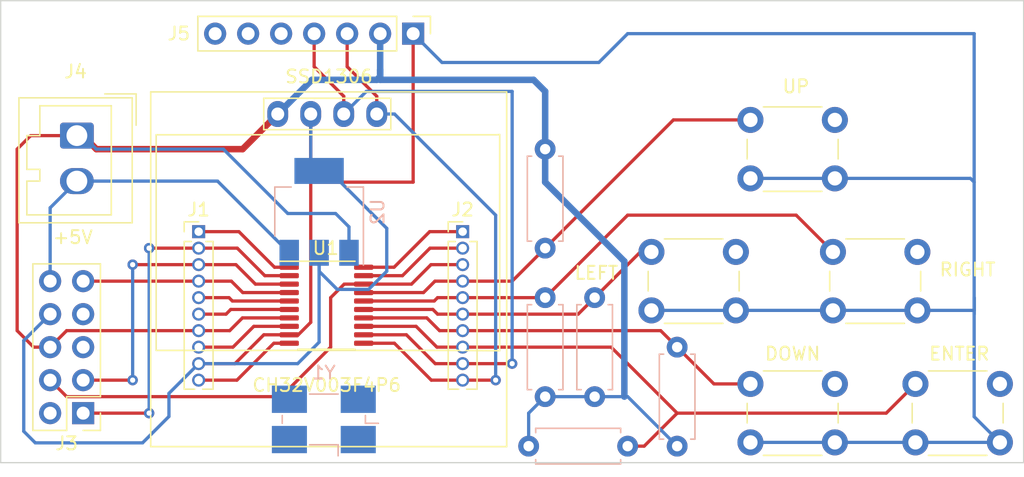
<source format=kicad_pcb>
(kicad_pcb (version 20221018) (generator pcbnew)
  (layers (0 "F.Cu" signal) (31 "B.Cu" signal) (34 "B.Paste" user) (35 "F.Paste" user) (36 "B.SilkS" user "B.Silkscreen") (37 "F.SilkS" user "F.Silkscreen") (38 "B.Mask" user) (39 "F.Mask" user) (44 "Edge.Cuts" user))
  (net 0 "")
  (net 1 "Net-(J1-Pin_1)")
  (net 2 "Net-(J1-Pin_5)")
  (net 3 "Net-(J1-Pin_6)")
  (net 4 "Net-(J1-Pin_8)")
  (net 5 "Net-(J1-Pin_10)")
  (net 6 "Net-(J2-Pin_1)")
  (net 7 "Net-(J2-Pin_2)")
  (net 8 "GND")
  (net 9 "+3.3V")
  (net 10 "/SWDIO")
  (net 11 "/SWCLK")
  (net 12 "/SDA")
  (net 13 "/SCL")
  (net 14 "/RX")
  (net 15 "/TX")
  (net 16 "/RST")
  (net 17 "/TDO")
  (net 18 "/TDI")
  (net 19 "+5V")
  (net 20 "/UP")
  (net 21 "/ENTER")
  (net 22 "/RIGHT")
  (net 23 "/LEFT")
  (net 24 "/DOWN")
  (footprint "Package_SO:TSSOP-20_4.4x6.5mm_P0.65mm" (layer "F.Cu") (at 47.9375 46.3036)
    (fp_text reference "U1" (at -0.0585 -4.3936) (layer "F.SilkS"))
    (fp_text value "CH32V003F4P6" (at 0.0177 6.1474) (layer "F.SilkS"))
    (fp_line (start 0 -3.385) (end -3.6 -3.385) (stroke (width 0.12)) (layer "F.SilkS"))
    (fp_line (start 0 -3.385) (end 2.2 -3.385) (stroke (width 0.12)) (layer "F.SilkS"))
    (fp_line (start 0 3.385) (end -2.2 3.385) (stroke (width 0.12)) (layer "F.SilkS"))
    (fp_line (start 0 3.385) (end 2.2 3.385) (stroke (width 0.12)) (layer "F.SilkS"))
    (pad "1" smd roundrect (at -2.8625 -2.925) (size 1.475 0.4) (layers "F.Cu" "F.Paste" "F.Mask") (net 1 "Net-(J1-Pin_1)"))
    (pad "2" smd roundrect (at -2.8625 -2.275) (size 1.475 0.4) (layers "F.Cu" "F.Paste" "F.Mask") (net 14 "/RX"))
    (pad "3" smd roundrect (at -2.8625 -1.625) (size 1.475 0.4) (layers "F.Cu" "F.Paste" "F.Mask") (net 15 "/TX"))
    (pad "4" smd roundrect (at -2.8625 -0.975) (size 1.475 0.4) (layers "F.Cu" "F.Paste" "F.Mask") (net 16 "/RST"))
    (pad "5" smd roundrect (at -2.8625 -0.325) (size 1.475 0.4) (layers "F.Cu" "F.Paste" "F.Mask") (net 2 "Net-(J1-Pin_5)"))
    (pad "6" smd roundrect (at -2.8625 0.325) (size 1.475 0.4) (layers "F.Cu" "F.Paste" "F.Mask") (net 3 "Net-(J1-Pin_6)"))
    (pad "7" smd roundrect (at -2.8625 0.975) (size 1.475 0.4) (layers "F.Cu" "F.Paste" "F.Mask") (net 8 "GND"))
    (pad "8" smd roundrect (at -2.8625 1.625) (size 1.475 0.4) (layers "F.Cu" "F.Paste" "F.Mask") (net 4 "Net-(J1-Pin_8)"))
    (pad "9" smd roundrect (at -2.8625 2.275) (size 1.475 0.4) (layers "F.Cu" "F.Paste" "F.Mask") (net 9 "+3.3V"))
    (pad "10" smd roundrect (at -2.8625 2.925) (size 1.475 0.4) (layers "F.Cu" "F.Paste" "F.Mask") (net 5 "Net-(J1-Pin_10)"))
    (pad "11" smd roundrect (at 2.8625 2.925) (size 1.475 0.4) (layers "F.Cu" "F.Paste" "F.Mask") (net 12 "/SDA"))
    (pad "12" smd roundrect (at 2.8625 2.275) (size 1.475 0.4) (layers "F.Cu" "F.Paste" "F.Mask") (net 13 "/SCL"))
    (pad "13" smd roundrect (at 2.8625 1.625) (size 1.475 0.4) (layers "F.Cu" "F.Paste" "F.Mask") (net 21 "/ENTER"))
    (pad "14" smd roundrect (at 2.8625 0.975) (size 1.475 0.4) (layers "F.Cu" "F.Paste" "F.Mask") (net 24 "/DOWN"))
    (pad "15" smd roundrect (at 2.8625 0.325) (size 1.475 0.4) (layers "F.Cu" "F.Paste" "F.Mask") (net 23 "/LEFT"))
    (pad "16" smd roundrect (at 2.8625 -0.325) (size 1.475 0.4) (layers "F.Cu" "F.Paste" "F.Mask") (net 22 "/RIGHT"))
    (pad "17" smd roundrect (at 2.8625 -0.975) (size 1.475 0.4) (layers "F.Cu" "F.Paste" "F.Mask") (net 20 "/UP"))
    (pad "18" smd roundrect (at 2.8625 -1.625) (size 1.475 0.4) (layers "F.Cu" "F.Paste" "F.Mask") (net 10 "/SWDIO"))
    (pad "19" smd roundrect (at 2.8625 -2.275) (size 1.475 0.4) (layers "F.Cu" "F.Paste" "F.Mask") (net 7 "Net-(J2-Pin_2)"))
    (pad "20" smd roundrect (at 2.8625 -2.925) (size 1.475 0.4) (layers "F.Cu" "F.Paste" "F.Mask") (net 6 "Net-(J2-Pin_1)"))
  )
  (footprint "Connector_PinHeader_2.54mm:PinHeader_1x07_P2.54mm_Vertical" (layer "F.Cu") (at 54.61 25.4 -90)
    (fp_text reference "J5" (at 0 18.034 -180) (layer "F.SilkS"))
    (fp_text value "Conn_01x07_Pin" hide)
    (fp_line (start -1.33 -1.33) (end 0 -1.33) (stroke (width 0.12)) (layer "F.SilkS"))
    (fp_line (start -1.33 0) (end -1.33 -1.33) (stroke (width 0.12)) (layer "F.SilkS"))
    (fp_line (start -1.33 1.27) (end -1.33 16.57) (stroke (width 0.12)) (layer "F.SilkS"))
    (fp_line (start -1.33 1.27) (end 1.33 1.27) (stroke (width 0.12)) (layer "F.SilkS"))
    (fp_line (start -1.33 16.57) (end 1.33 16.57) (stroke (width 0.12)) (layer "F.SilkS"))
    (fp_line (start 1.33 1.27) (end 1.33 16.57) (stroke (width 0.12)) (layer "F.SilkS"))
    (pad "1" thru_hole rect (at 0 0 270) (size 1.7 1.7) (drill 1) (layers "*.Cu" "*.Mask") (net 9 "+3.3V"))
    (pad "2" thru_hole oval (at 0 2.54 270) (size 1.7 1.7) (drill 1) (layers "*.Cu" "*.Mask") (net 8 "GND"))
    (pad "3" thru_hole oval (at 0 5.08 270) (size 1.7 1.7) (drill 1) (layers "*.Cu" "*.Mask") (net 12 "/SDA"))
    (pad "4" thru_hole oval (at 0 7.62 270) (size 1.7 1.7) (drill 1) (layers "*.Cu" "*.Mask") (net 13 "/SCL"))
    (pad "5" thru_hole oval (at 0 10.16 270) (size 1.7 1.7) (drill 1) (layers "*.Cu" "*.Mask"))
    (pad "6" thru_hole oval (at 0 12.7 270) (size 1.7 1.7) (drill 1) (layers "*.Cu" "*.Mask"))
    (pad "7" thru_hole oval (at 0 15.24 270) (size 1.7 1.7) (drill 1) (layers "*.Cu" "*.Mask"))
  )
  (footprint "Button_Switch_THT:SW_PUSH_6mm" (layer "F.Cu") (at 93.27 52.36)
    (fp_text reference "SW5" hide)
    (fp_text value "ENTER" (at 3.377 -2.322) (layer "F.SilkS"))
    (fp_line (start -0.25 1.5) (end -0.25 3) (stroke (width 0.12)) (layer "F.SilkS"))
    (fp_line (start 1 5.5) (end 5.5 5.5) (stroke (width 0.12)) (layer "F.SilkS"))
    (fp_line (start 5.5 -1) (end 1 -1) (stroke (width 0.12)) (layer "F.SilkS"))
    (fp_line (start 6.75 3) (end 6.75 1.5) (stroke (width 0.12)) (layer "F.SilkS"))
    (pad "1" thru_hole circle (at 0 0 90) (size 2 2) (drill 1.1) (layers "*.Cu" "*.Mask") (net 21 "/ENTER"))
    (pad "1" thru_hole circle (at 6.5 0 90) (size 2 2) (drill 1.1) (layers "*.Cu" "*.Mask") (net 21 "/ENTER"))
    (pad "2" thru_hole circle (at 0 4.5 90) (size 2 2) (drill 1.1) (layers "*.Cu" "*.Mask") (net 9 "+3.3V"))
    (pad "2" thru_hole circle (at 6.5 4.5 90) (size 2 2) (drill 1.1) (layers "*.Cu" "*.Mask") (net 9 "+3.3V"))
  )
  (footprint "Connector_PinHeader_1.27mm:PinHeader_1x10_P1.27mm_Vertical" (layer "F.Cu") (at 58.42 40.64)
    (fp_text reference "J2" (at 0 -1.695) (layer "F.SilkS"))
    (fp_text value "Conn_01x10" hide)
    (fp_line (start -1.11 -0.76) (end 0 -0.76) (stroke (width 0.12)) (layer "F.SilkS"))
    (fp_line (start -1.11 0) (end -1.11 -0.76) (stroke (width 0.12)) (layer "F.SilkS"))
    (fp_line (start -1.11 0.76) (end -1.11 12.125) (stroke (width 0.12)) (layer "F.SilkS"))
    (fp_line (start -1.11 0.76) (end -0.563471 0.76) (stroke (width 0.12)) (layer "F.SilkS"))
    (fp_line (start -1.11 12.125) (end -0.30753 12.125) (stroke (width 0.12)) (layer "F.SilkS"))
    (fp_line (start 0.30753 12.125) (end 1.11 12.125) (stroke (width 0.12)) (layer "F.SilkS"))
    (fp_line (start 0.563471 0.76) (end 1.11 0.76) (stroke (width 0.12)) (layer "F.SilkS"))
    (fp_line (start 1.11 0.76) (end 1.11 12.125) (stroke (width 0.12)) (layer "F.SilkS"))
    (pad "1" thru_hole rect (at 0 0) (size 1 1) (drill 0.65) (layers "*.Cu" "*.Mask") (net 6 "Net-(J2-Pin_1)"))
    (pad "2" thru_hole oval (at 0 1.27) (size 1 1) (drill 0.65) (layers "*.Cu" "*.Mask") (net 7 "Net-(J2-Pin_2)"))
    (pad "3" thru_hole oval (at 0 2.54) (size 1 1) (drill 0.65) (layers "*.Cu" "*.Mask") (net 10 "/SWDIO"))
    (pad "4" thru_hole oval (at 0 3.81) (size 1 1) (drill 0.65) (layers "*.Cu" "*.Mask") (net 20 "/UP"))
    (pad "5" thru_hole oval (at 0 5.08) (size 1 1) (drill 0.65) (layers "*.Cu" "*.Mask") (net 22 "/RIGHT"))
    (pad "6" thru_hole oval (at 0 6.35) (size 1 1) (drill 0.65) (layers "*.Cu" "*.Mask") (net 23 "/LEFT"))
    (pad "7" thru_hole oval (at 0 7.62) (size 1 1) (drill 0.65) (layers "*.Cu" "*.Mask") (net 24 "/DOWN"))
    (pad "8" thru_hole oval (at 0 8.89) (size 1 1) (drill 0.65) (layers "*.Cu" "*.Mask") (net 21 "/ENTER"))
    (pad "9" thru_hole oval (at 0 10.16) (size 1 1) (drill 0.65) (layers "*.Cu" "*.Mask") (net 13 "/SCL"))
    (pad "10" thru_hole oval (at 0 11.43) (size 1 1) (drill 0.65) (layers "*.Cu" "*.Mask") (net 12 "/SDA"))
  )
  (footprint "SSD1306:128x64OLED" (layer "F.Cu") (at 47.8076 42.1856)
    (fp_text reference "Brd1" hide)
    (fp_text value "SSD1306" (at 0.3254 -13.4836) (layer "F.SilkS"))
    (fp_line (start -13.4 -12.3) (end 14 -12.3) (stroke (width 0.12)) (layer "F.SilkS"))
    (fp_line (start -13.4 15) (end -13.4 -12.3) (stroke (width 0.12)) (layer "F.SilkS"))
    (fp_line (start -12.978 -9.005) (end 10.122 -9.005) (stroke (width 0.12)) (layer "F.SilkS"))
    (fp_line (start -12.978 7.595) (end -12.978 -9.005) (stroke (width 0.12)) (layer "F.SilkS"))
    (fp_line (start -4.699 -11.811) (end -4.699 -9.398) (stroke (width 0.12)) (layer "F.SilkS"))
    (fp_line (start -4.699 -11.811) (end 5.08 -11.811) (stroke (width 0.12)) (layer "F.SilkS"))
    (fp_line (start 5.08 -11.811) (end 5.08 -9.398) (stroke (width 0.12)) (layer "F.SilkS"))
    (fp_line (start 5.08 -9.398) (end -4.699 -9.398) (stroke (width 0.12)) (layer "F.SilkS"))
    (fp_line (start 10.122 -9.005) (end 13.208 -9.005) (stroke (width 0.12)) (layer "F.SilkS"))
    (fp_line (start 10.122 7.595) (end -12.978 7.595) (stroke (width 0.12)) (layer "F.SilkS"))
    (fp_line (start 10.122 7.595) (end 13.462 7.62) (stroke (width 0.12)) (layer "F.SilkS"))
    (fp_line (start 13.462 -9.017) (end 13.208 -9.005) (stroke (width 0.12)) (layer "F.SilkS"))
    (fp_line (start 13.462 7.62) (end 13.462 -9.017) (stroke (width 0.12)) (layer "F.SilkS"))
    (fp_line (start 14 -12.3) (end 14 15) (stroke (width 0.12)) (layer "F.SilkS"))
    (fp_line (start 14 15) (end -13.4 15) (stroke (width 0.12)) (layer "F.SilkS"))
    (pad "1" thru_hole oval (at -3.62 -10.6 90) (size 2 1.6) (drill 1) (layers "*.Cu" "*.Mask") (net 8 "GND"))
    (pad "2" thru_hole oval (at -1.08 -10.6 90) (size 2 1.6) (drill 1) (layers "*.Cu" "*.Mask") (net 9 "+3.3V"))
    (pad "3" thru_hole oval (at 1.46 -10.6 90) (size 2 1.6) (drill 1) (layers "*.Cu" "*.Mask") (net 13 "/SCL"))
    (pad "4" thru_hole oval (at 4 -10.6 90) (size 2 1.6) (drill 1) (layers "*.Cu" "*.Mask") (net 12 "/SDA"))
  )
  (footprint "Button_Switch_THT:SW_PUSH_6mm" (layer "F.Cu") (at 72.95 42.2)
    (fp_text reference "SW3" hide)
    (fp_text value "LEFT" (at -4.243 1.615) (layer "F.SilkS"))
    (fp_line (start -0.25 1.5) (end -0.25 3) (stroke (width 0.12)) (layer "F.SilkS"))
    (fp_line (start 1 5.5) (end 5.5 5.5) (stroke (width 0.12)) (layer "F.SilkS"))
    (fp_line (start 5.5 -1) (end 1 -1) (stroke (width 0.12)) (layer "F.SilkS"))
    (fp_line (start 6.75 3) (end 6.75 1.5) (stroke (width 0.12)) (layer "F.SilkS"))
    (pad "1" thru_hole circle (at 0 0 90) (size 2 2) (drill 1.1) (layers "*.Cu" "*.Mask") (net 23 "/LEFT"))
    (pad "1" thru_hole circle (at 6.5 0 90) (size 2 2) (drill 1.1) (layers "*.Cu" "*.Mask") (net 23 "/LEFT"))
    (pad "2" thru_hole circle (at 0 4.5 90) (size 2 2) (drill 1.1) (layers "*.Cu" "*.Mask") (net 9 "+3.3V"))
    (pad "2" thru_hole circle (at 6.5 4.5 90) (size 2 2) (drill 1.1) (layers "*.Cu" "*.Mask") (net 9 "+3.3V"))
  )
  (footprint "Button_Switch_THT:SW_PUSH_6mm" (layer "F.Cu") (at 80.57 52.36)
    (fp_text reference "SW2" hide)
    (fp_text value "DOWN" (at 3.25 -2.322) (layer "F.SilkS"))
    (fp_line (start -0.25 1.5) (end -0.25 3) (stroke (width 0.12)) (layer "F.SilkS"))
    (fp_line (start 1 5.5) (end 5.5 5.5) (stroke (width 0.12)) (layer "F.SilkS"))
    (fp_line (start 5.5 -1) (end 1 -1) (stroke (width 0.12)) (layer "F.SilkS"))
    (fp_line (start 6.75 3) (end 6.75 1.5) (stroke (width 0.12)) (layer "F.SilkS"))
    (pad "1" thru_hole circle (at 0 0 90) (size 2 2) (drill 1.1) (layers "*.Cu" "*.Mask") (net 24 "/DOWN"))
    (pad "1" thru_hole circle (at 6.5 0 90) (size 2 2) (drill 1.1) (layers "*.Cu" "*.Mask") (net 24 "/DOWN"))
    (pad "2" thru_hole circle (at 0 4.5 90) (size 2 2) (drill 1.1) (layers "*.Cu" "*.Mask") (net 9 "+3.3V"))
    (pad "2" thru_hole circle (at 6.5 4.5 90) (size 2 2) (drill 1.1) (layers "*.Cu" "*.Mask") (net 9 "+3.3V"))
  )
  (footprint "Button_Switch_THT:SW_PUSH_6mm" (layer "F.Cu") (at 80.57 32.04)
    (fp_text reference "SW1" hide)
    (fp_text value "UP" (at 3.504 -2.576) (layer "F.SilkS"))
    (fp_line (start -0.25 1.5) (end -0.25 3) (stroke (width 0.12)) (layer "F.SilkS"))
    (fp_line (start 1 5.5) (end 5.5 5.5) (stroke (width 0.12)) (layer "F.SilkS"))
    (fp_line (start 5.5 -1) (end 1 -1) (stroke (width 0.12)) (layer "F.SilkS"))
    (fp_line (start 6.75 3) (end 6.75 1.5) (stroke (width 0.12)) (layer "F.SilkS"))
    (pad "1" thru_hole circle (at 0 0 90) (size 2 2) (drill 1.1) (layers "*.Cu" "*.Mask") (net 20 "/UP"))
    (pad "1" thru_hole circle (at 6.5 0 90) (size 2 2) (drill 1.1) (layers "*.Cu" "*.Mask") (net 20 "/UP"))
    (pad "2" thru_hole circle (at 0 4.5 90) (size 2 2) (drill 1.1) (layers "*.Cu" "*.Mask") (net 9 "+3.3V"))
    (pad "2" thru_hole circle (at 6.5 4.5 90) (size 2 2) (drill 1.1) (layers "*.Cu" "*.Mask") (net 9 "+3.3V"))
  )
  (footprint "Connector_PinHeader_2.54mm:PinHeader_2x05_P2.54mm_Vertical" (layer "F.Cu") (at 29.21 54.61 180)
    (fp_text reference "J3" (at 1.27 -2.33) (layer "F.SilkS"))
    (fp_text value "Conn_02x05_Odd_Even" hide)
    (fp_line (start -1.33 -1.33) (end 0 -1.33) (stroke (width 0.12)) (layer "F.SilkS"))
    (fp_line (start -1.33 0) (end -1.33 -1.33) (stroke (width 0.12)) (layer "F.SilkS"))
    (fp_line (start -1.33 1.27) (end -1.33 11.49) (stroke (width 0.12)) (layer "F.SilkS"))
    (fp_line (start -1.33 1.27) (end 1.27 1.27) (stroke (width 0.12)) (layer "F.SilkS"))
    (fp_line (start -1.33 11.49) (end 3.87 11.49) (stroke (width 0.12)) (layer "F.SilkS"))
    (fp_line (start 1.27 -1.33) (end 3.87 -1.33) (stroke (width 0.12)) (layer "F.SilkS"))
    (fp_line (start 1.27 1.27) (end 1.27 -1.33) (stroke (width 0.12)) (layer "F.SilkS"))
    (fp_line (start 3.87 -1.33) (end 3.87 11.49) (stroke (width 0.12)) (layer "F.SilkS"))
    (pad "1" thru_hole rect (at 0 0 180) (size 1.7 1.7) (drill 1) (layers "*.Cu" "*.Mask") (net 14 "/RX"))
    (pad "2" thru_hole oval (at 2.54 0 180) (size 1.7 1.7) (drill 1) (layers "*.Cu" "*.Mask") (net 11 "/SWCLK"))
    (pad "3" thru_hole oval (at 0 2.54 180) (size 1.7 1.7) (drill 1) (layers "*.Cu" "*.Mask") (net 15 "/TX"))
    (pad "4" thru_hole oval (at 2.54 2.54 180) (size 1.7 1.7) (drill 1) (layers "*.Cu" "*.Mask") (net 10 "/SWDIO"))
    (pad "5" thru_hole oval (at 0 5.08 180) (size 1.7 1.7) (drill 1) (layers "*.Cu" "*.Mask") (net 17 "/TDO"))
    (pad "6" thru_hole oval (at 2.54 5.08 180) (size 1.7 1.7) (drill 1) (layers "*.Cu" "*.Mask") (net 8 "GND"))
    (pad "7" thru_hole oval (at 0 7.62 180) (size 1.7 1.7) (drill 1) (layers "*.Cu" "*.Mask") (net 18 "/TDI"))
    (pad "8" thru_hole oval (at 2.54 7.62 180) (size 1.7 1.7) (drill 1) (layers "*.Cu" "*.Mask") (net 9 "+3.3V"))
    (pad "9" thru_hole oval (at 0 10.16 180) (size 1.7 1.7) (drill 1) (layers "*.Cu" "*.Mask") (net 16 "/RST"))
    (pad "10" thru_hole oval (at 2.54 10.16 180) (size 1.7 1.7) (drill 1) (layers "*.Cu" "*.Mask") (net 19 "+5V"))
  )
  (footprint "Button_Switch_THT:SW_PUSH_6mm" (layer "F.Cu") (at 86.92 42.2)
    (fp_text reference "SW4" hide)
    (fp_text value "RIGHT" (at 10.362 1.361) (layer "F.SilkS"))
    (fp_line (start -0.25 1.5) (end -0.25 3) (stroke (width 0.12)) (layer "F.SilkS"))
    (fp_line (start 1 5.5) (end 5.5 5.5) (stroke (width 0.12)) (layer "F.SilkS"))
    (fp_line (start 5.5 -1) (end 1 -1) (stroke (width 0.12)) (layer "F.SilkS"))
    (fp_line (start 6.75 3) (end 6.75 1.5) (stroke (width 0.12)) (layer "F.SilkS"))
    (pad "1" thru_hole circle (at 0 0 90) (size 2 2) (drill 1.1) (layers "*.Cu" "*.Mask") (net 22 "/RIGHT"))
    (pad "1" thru_hole circle (at 6.5 0 90) (size 2 2) (drill 1.1) (layers "*.Cu" "*.Mask") (net 22 "/RIGHT"))
    (pad "2" thru_hole circle (at 0 4.5 90) (size 2 2) (drill 1.1) (layers "*.Cu" "*.Mask") (net 9 "+3.3V"))
    (pad "2" thru_hole circle (at 6.5 4.5 90) (size 2 2) (drill 1.1) (layers "*.Cu" "*.Mask") (net 9 "+3.3V"))
  )
  (footprint "Connector_Wago:Wago_734-132_1x02_P3.50mm_Vertical" (layer "F.Cu") (at 28.7274 33.2486 -90)
    (fp_text reference "J4" (at -4.9276 0.1 180) (layer "F.SilkS"))
    (fp_text value "Conn_01x02")
    (fp_line (start -3.21 -4.56) (end -0.8 -4.56) (stroke (width 0.12)) (layer "F.SilkS"))
    (fp_line (start -3.21 -2.15) (end -3.21 -4.56) (stroke (width 0.12)) (layer "F.SilkS"))
    (fp_line (start -2.91 -4.26) (end -2.91 4.46) (stroke (width 0.12)) (layer "F.SilkS"))
    (fp_line (start -2.91 4.46) (end 6.71 4.46) (stroke (width 0.12)) (layer "F.SilkS"))
    (fp_line (start -2.3 -2.65) (end -2.3 2.85) (stroke (width 0.12)) (layer "F.SilkS"))
    (fp_line (start -2.3 2.85) (end 0 2.85) (stroke (width 0.12)) (layer "F.SilkS"))
    (fp_line (start 0 2.85) (end 0 3.85) (stroke (width 0.12)) (layer "F.SilkS"))
    (fp_line (start 0 3.85) (end 2.6 3.85) (stroke (width 0.12)) (layer "F.SilkS"))
    (fp_line (start 2.6 2.85) (end 3.5 2.85) (stroke (width 0.12)) (layer "F.SilkS"))
    (fp_line (start 2.6 3.85) (end 2.6 2.85) (stroke (width 0.12)) (layer "F.SilkS"))
    (fp_line (start 3.5 2.85) (end 3.5 3.85) (stroke (width 0.12)) (layer "F.SilkS"))
    (fp_line (start 3.5 3.85) (end 6.1 3.85) (stroke (width 0.12)) (layer "F.SilkS"))
    (fp_line (start 6.1 -2.65) (end -2.3 -2.65) (stroke (width 0.12)) (layer "F.SilkS"))
    (fp_line (start 6.1 3.85) (end 6.1 -2.65) (stroke (width 0.12)) (layer "F.SilkS"))
    (fp_line (start 6.71 -4.26) (end -2.91 -4.26) (stroke (width 0.12)) (layer "F.SilkS"))
    (fp_line (start 6.71 4.46) (end 6.71 -4.26) (stroke (width 0.12)) (layer "F.SilkS"))
    (pad "1" thru_hole roundrect (at 0 0 270) (size 2 2.6) (drill 1.6) (layers "*.Cu" "*.Mask") (roundrect_rratio 0.125) (net 8 "GND"))
    (pad "2" thru_hole oval (at 3.5 0 270) (size 2 2.6) (drill 1.6) (layers "*.Cu" "*.Mask") (net 19 "+5V"))
  )
  (footprint "Connector_PinHeader_1.27mm:PinHeader_1x10_P1.27mm_Vertical" (layer "F.Cu") (at 38.1 40.64)
    (fp_text reference "J1" (at 0 -1.695) (layer "F.SilkS"))
    (fp_text value "Conn_01x10" hide)
    (fp_line (start -1.11 -0.76) (end 0 -0.76) (stroke (width 0.12)) (layer "F.SilkS"))
    (fp_line (start -1.11 0) (end -1.11 -0.76) (stroke (width 0.12)) (layer "F.SilkS"))
    (fp_line (start -1.11 0.76) (end -1.11 12.125) (stroke (width 0.12)) (layer "F.SilkS"))
    (fp_line (start -1.11 0.76) (end -0.563471 0.76) (stroke (width 0.12)) (layer "F.SilkS"))
    (fp_line (start -1.11 12.125) (end -0.30753 12.125) (stroke (width 0.12)) (layer "F.SilkS"))
    (fp_line (start 0.30753 12.125) (end 1.11 12.125) (stroke (width 0.12)) (layer "F.SilkS"))
    (fp_line (start 0.563471 0.76) (end 1.11 0.76) (stroke (width 0.12)) (layer "F.SilkS"))
    (fp_line (start 1.11 0.76) (end 1.11 12.125) (stroke (width 0.12)) (layer "F.SilkS"))
    (pad "1" thru_hole rect (at 0 0) (size 1 1) (drill 0.65) (layers "*.Cu" "*.Mask") (net 1 "Net-(J1-Pin_1)"))
    (pad "2" thru_hole oval (at 0 1.27) (size 1 1) (drill 0.65) (layers "*.Cu" "*.Mask") (net 14 "/RX"))
    (pad "3" thru_hole oval (at 0 2.54) (size 1 1) (drill 0.65) (layers "*.Cu" "*.Mask") (net 15 "/TX"))
    (pad "4" thru_hole oval (at 0 3.81) (size 1 1) (drill 0.65) (layers "*.Cu" "*.Mask") (net 16 "/RST"))
    (pad "5" thru_hole oval (at 0 5.08) (size 1 1) (drill 0.65) (layers "*.Cu" "*.Mask") (net 2 "Net-(J1-Pin_5)"))
    (pad "6" thru_hole oval (at 0 6.35) (size 1 1) (drill 0.65) (layers "*.Cu" "*.Mask") (net 3 "Net-(J1-Pin_6)"))
    (pad "7" thru_hole oval (at 0 7.62) (size 1 1) (drill 0.65) (layers "*.Cu" "*.Mask") (net 8 "GND"))
    (pad "8" thru_hole oval (at 0 8.89) (size 1 1) (drill 0.65) (layers "*.Cu" "*.Mask") (net 4 "Net-(J1-Pin_8)"))
    (pad "9" thru_hole oval (at 0 10.16) (size 1 1) (drill 0.65) (layers "*.Cu" "*.Mask") (net 9 "+3.3V"))
    (pad "10" thru_hole oval (at 0 11.43) (size 1 1) (drill 0.65) (layers "*.Cu" "*.Mask") (net 5 "Net-(J1-Pin_10)"))
  )
  (footprint "Resistor_THT:R_Axial_DIN0207_L6.3mm_D2.5mm_P7.62mm_Horizontal" (layer "B.Cu") (at 64.77 41.91 90)
    (fp_text reference "R1" hide)
    (fp_text value "1K")
    (fp_line (start 0.54 -1.37) (end 7.08 -1.37) (stroke (width 0.12)) (layer "B.SilkS"))
    (fp_line (start 0.54 -1.04) (end 0.54 -1.37) (stroke (width 0.12)) (layer "B.SilkS"))
    (fp_line (start 0.54 1.04) (end 0.54 1.37) (stroke (width 0.12)) (layer "B.SilkS"))
    (fp_line (start 0.54 1.37) (end 7.08 1.37) (stroke (width 0.12)) (layer "B.SilkS"))
    (fp_line (start 7.08 -1.37) (end 7.08 -1.04) (stroke (width 0.12)) (layer "B.SilkS"))
    (fp_line (start 7.08 1.37) (end 7.08 1.04) (stroke (width 0.12)) (layer "B.SilkS"))
    (pad "1" thru_hole circle (at 0 0 90) (size 1.6 1.6) (drill 0.8) (layers "*.Cu" "*.Mask") (net 20 "/UP"))
    (pad "2" thru_hole oval (at 7.62 0 90) (size 1.6 1.6) (drill 0.8) (layers "*.Cu" "*.Mask") (net 8 "GND"))
  )
  (footprint "Resistor_THT:R_Axial_DIN0207_L6.3mm_D2.5mm_P7.62mm_Horizontal" (layer "B.Cu") (at 64.77 45.72 -90)
    (fp_text reference "R4" hide)
    (fp_text value "1K")
    (fp_line (start 0.54 -1.37) (end 7.08 -1.37) (stroke (width 0.12)) (layer "B.SilkS"))
    (fp_line (start 0.54 -1.04) (end 0.54 -1.37) (stroke (width 0.12)) (layer "B.SilkS"))
    (fp_line (start 0.54 1.04) (end 0.54 1.37) (stroke (width 0.12)) (layer "B.SilkS"))
    (fp_line (start 0.54 1.37) (end 7.08 1.37) (stroke (width 0.12)) (layer "B.SilkS"))
    (fp_line (start 7.08 -1.37) (end 7.08 -1.04) (stroke (width 0.12)) (layer "B.SilkS"))
    (fp_line (start 7.08 1.37) (end 7.08 1.04) (stroke (width 0.12)) (layer "B.SilkS"))
    (pad "1" thru_hole circle (at 0 0 270) (size 1.6 1.6) (drill 0.8) (layers "*.Cu" "*.Mask") (net 22 "/RIGHT"))
    (pad "2" thru_hole oval (at 7.62 0 270) (size 1.6 1.6) (drill 0.8) (layers "*.Cu" "*.Mask") (net 8 "GND"))
  )
  (footprint "Crystal:Crystal_SMD_0603-4Pin_6.0x3.5mm_HandSoldering" (layer "B.Cu") (at 47.735 55.092 180)
    (fp_text reference "Y1" (at 0 3.6) (layer "B.SilkS") (effects (justify mirror)))
    (fp_text value "Crystal_GND24_Small")
    (fp_line (start -4.2 -0.3) (end -3.2 -0.3) (stroke (width 0.12)) (layer "B.SilkS"))
    (fp_line (start -3.2 -0.3) (end -3.2 0.3) (stroke (width 0.12)) (layer "B.SilkS"))
    (fp_line (start -1.1 -1.95) (end -1.1 -2.8) (stroke (width 0.12)) (layer "B.SilkS"))
    (fp_line (start -1.1 1.95) (end 1.1 1.95) (stroke (width 0.12)) (layer "B.SilkS"))
    (fp_line (start 1.1 -1.95) (end -1.1 -1.95) (stroke (width 0.12)) (layer "B.SilkS"))
    (fp_line (start 3.2 0.3) (end 3.2 -0.3) (stroke (width 0.12)) (layer "B.SilkS"))
    (pad "1" smd rect (at -2.65 -1.55 180) (size 2.7 2.1) (layers "B.Cu" "B.Paste" "B.Mask"))
    (pad "2" smd rect (at 2.65 -1.55 180) (size 2.7 2.1) (layers "B.Cu" "B.Paste" "B.Mask"))
    (pad "3" smd rect (at 2.65 1.55 180) (size 2.7 2.1) (layers "B.Cu" "B.Paste" "B.Mask"))
    (pad "4" smd rect (at -2.65 1.55 180) (size 2.7 2.1) (layers "B.Cu" "B.Paste" "B.Mask"))
  )
  (footprint "Resistor_THT:R_Axial_DIN0207_L6.3mm_D2.5mm_P7.62mm_Horizontal" (layer "B.Cu") (at 68.58 45.72 -90)
    (fp_text reference "R3" hide)
    (fp_text value "1K")
    (fp_line (start 0.54 -1.37) (end 7.08 -1.37) (stroke (width 0.12)) (layer "B.SilkS"))
    (fp_line (start 0.54 -1.04) (end 0.54 -1.37) (stroke (width 0.12)) (layer "B.SilkS"))
    (fp_line (start 0.54 1.04) (end 0.54 1.37) (stroke (width 0.12)) (layer "B.SilkS"))
    (fp_line (start 0.54 1.37) (end 7.08 1.37) (stroke (width 0.12)) (layer "B.SilkS"))
    (fp_line (start 7.08 -1.37) (end 7.08 -1.04) (stroke (width 0.12)) (layer "B.SilkS"))
    (fp_line (start 7.08 1.37) (end 7.08 1.04) (stroke (width 0.12)) (layer "B.SilkS"))
    (pad "1" thru_hole circle (at 0 0 270) (size 1.6 1.6) (drill 0.8) (layers "*.Cu" "*.Mask") (net 23 "/LEFT"))
    (pad "2" thru_hole oval (at 7.62 0 270) (size 1.6 1.6) (drill 0.8) (layers "*.Cu" "*.Mask") (net 8 "GND"))
  )
  (footprint "Resistor_THT:R_Axial_DIN0207_L6.3mm_D2.5mm_P7.62mm_Horizontal" (layer "B.Cu") (at 74.93 49.53 -90)
    (fp_text reference "R2" hide)
    (fp_text value "1K")
    (fp_line (start 0.54 -1.37) (end 7.08 -1.37) (stroke (width 0.12)) (layer "B.SilkS"))
    (fp_line (start 0.54 -1.04) (end 0.54 -1.37) (stroke (width 0.12)) (layer "B.SilkS"))
    (fp_line (start 0.54 1.04) (end 0.54 1.37) (stroke (width 0.12)) (layer "B.SilkS"))
    (fp_line (start 0.54 1.37) (end 7.08 1.37) (stroke (width 0.12)) (layer "B.SilkS"))
    (fp_line (start 7.08 -1.37) (end 7.08 -1.04) (stroke (width 0.12)) (layer "B.SilkS"))
    (fp_line (start 7.08 1.37) (end 7.08 1.04) (stroke (width 0.12)) (layer "B.SilkS"))
    (pad "1" thru_hole circle (at 0 0 270) (size 1.6 1.6) (drill 0.8) (layers "*.Cu" "*.Mask") (net 24 "/DOWN"))
    (pad "2" thru_hole oval (at 7.62 0 270) (size 1.6 1.6) (drill 0.8) (layers "*.Cu" "*.Mask") (net 8 "GND"))
  )
  (footprint "Resistor_THT:R_Axial_DIN0207_L6.3mm_D2.5mm_P7.62mm_Horizontal" (layer "B.Cu") (at 71.12 57.15 180)
    (fp_text reference "R5" hide)
    (fp_text value "1K")
    (fp_line (start 0.54 -1.37) (end 7.08 -1.37) (stroke (width 0.12)) (layer "B.SilkS"))
    (fp_line (start 0.54 -1.04) (end 0.54 -1.37) (stroke (width 0.12)) (layer "B.SilkS"))
    (fp_line (start 0.54 1.04) (end 0.54 1.37) (stroke (width 0.12)) (layer "B.SilkS"))
    (fp_line (start 0.54 1.37) (end 7.08 1.37) (stroke (width 0.12)) (layer "B.SilkS"))
    (fp_line (start 7.08 -1.37) (end 7.08 -1.04) (stroke (width 0.12)) (layer "B.SilkS"))
    (fp_line (start 7.08 1.37) (end 7.08 1.04) (stroke (width 0.12)) (layer "B.SilkS"))
    (pad "1" thru_hole circle (at 0 0 180) (size 1.6 1.6) (drill 0.8) (layers "*.Cu" "*.Mask") (net 21 "/ENTER"))
    (pad "2" thru_hole oval (at 7.62 0 180) (size 1.6 1.6) (drill 0.8) (layers "*.Cu" "*.Mask") (net 8 "GND"))
  )
  (footprint "Package_TO_SOT_SMD:SOT-223-3_TabPin2" (layer "B.Cu") (at 47.371 39.116 90)
    (fp_text reference "U2" (at 0 4.5 90) (layer "B.SilkS") (effects (justify mirror)))
    (fp_text value "AMS1117-3.3")
    (fp_line (start -4.1 3.41) (end 1.91 3.41) (stroke (width 0.12)) (layer "B.SilkS"))
    (fp_line (start -1.85 -3.41) (end 1.91 -3.41) (stroke (width 0.12)) (layer "B.SilkS"))
    (fp_line (start 1.91 -3.41) (end 1.91 -2.15) (stroke (width 0.12)) (layer "B.SilkS"))
    (fp_line (start 1.91 3.41) (end 1.91 2.15) (stroke (width 0.12)) (layer "B.SilkS"))
    (pad "1" smd rect (at -3.15 2.3 90) (size 2 1.5) (layers "B.Cu" "B.Paste" "B.Mask") (net 8 "GND"))
    (pad "2" smd rect (at -3.15 0 90) (size 2 1.5) (layers "B.Cu" "B.Paste" "B.Mask") (net 9 "+3.3V"))
    (pad "2" smd rect (at 3.15 0 90) (size 2 3.8) (layers "B.Cu" "B.Paste" "B.Mask") (net 9 "+3.3V"))
    (pad "3" smd rect (at -3.15 -2.3 90) (size 2 1.5) (layers "B.Cu" "B.Paste" "B.Mask") (net 19 "+5V"))
  )
  (gr_rect (start 22.86 22.86) (end 101.6 58.42) (stroke (width 0.1)) (fill none) (layer "Edge.Cuts"))
  (gr_text "+5V" (at 26.797 41.656) (layer "F.SilkS") (effects (font (size 1 1)) (justify left bottom)))
  (segment (start 45.075 43.3786) (end 43.9374 43.3786) (width 0.25) (layer "F.Cu") (net 1))
  (segment (start 43.9374 43.3786) (end 41.1988 40.64) (width 0.25) (layer "F.Cu") (net 1))
  (segment (start 41.1988 40.64) (end 38.1 40.64) (width 0.25) (layer "F.Cu") (net 1))
  (segment (start 45.075 45.9786) (end 40.6954 45.9786) (width 0.25) (layer "F.Cu") (net 2))
  (segment (start 40.4368 45.72) (end 38.1 45.72) (width 0.25) (layer "F.Cu") (net 2))
  (segment (start 40.6954 45.9786) (end 40.4368 45.72) (width 0.25) (layer "F.Cu") (net 2))
  (segment (start 40.5696 46.6286) (end 40.2082 46.99) (width 0.25) (layer "F.Cu") (net 3))
  (segment (start 45.075 46.6286) (end 40.5696 46.6286) (width 0.25) (layer "F.Cu") (net 3))
  (segment (start 40.2082 46.99) (end 38.1 46.99) (width 0.25) (layer "F.Cu") (net 3))
  (segment (start 42.343 47.9286) (end 40.7416 49.53) (width 0.25) (layer "F.Cu") (net 4))
  (segment (start 40.7416 49.53) (end 38.1 49.53) (width 0.25) (layer "F.Cu") (net 4))
  (segment (start 45.075 47.9286) (end 42.343 47.9286) (width 0.25) (layer "F.Cu") (net 4))
  (segment (start 41.0464 52.07) (end 38.1 52.07) (width 0.25) (layer "F.Cu") (net 5))
  (segment (start 43.8878 49.2286) (end 41.0464 52.07) (width 0.25) (layer "F.Cu") (net 5))
  (segment (start 45.075 49.2286) (end 43.8878 49.2286) (width 0.25) (layer "F.Cu") (net 5))
  (segment (start 55.88 40.64) (end 58.42 40.64) (width 0.25) (layer "F.Cu") (net 6))
  (segment (start 53.1414 43.3786) (end 55.88 40.64) (width 0.25) (layer "F.Cu") (net 6))
  (segment (start 50.8 43.3786) (end 53.1414 43.3786) (width 0.25) (layer "F.Cu") (net 6))
  (segment (start 50.8 44.0286) (end 53.7868 44.0286) (width 0.25) (layer "F.Cu") (net 7))
  (segment (start 53.7868 44.0286) (end 55.9054 41.91) (width 0.25) (layer "F.Cu") (net 7))
  (segment (start 55.9054 41.91) (end 58.42 41.91) (width 0.25) (layer "F.Cu") (net 7))
  (segment (start 30.226 34.29) (end 41.4832 34.29) (width 0.5) (layer "F.Cu") (net 8))
  (segment (start 28.956 33.02) (end 30.226 34.29) (width 0.5) (layer "F.Cu") (net 8))
  (segment (start 40.4876 48.26) (end 38.1 48.26) (width 0.25) (layer "F.Cu") (net 8))
  (segment (start 25.1714 33.2486) (end 24.13 34.29) (width 0.25) (layer "F.Cu") (net 8))
  (segment (start 27.94 48.26) (end 26.67 49.53) (width 0.25) (layer "F.Cu") (net 8))
  (segment (start 38.1 48.26) (end 27.94 48.26) (width 0.25) (layer "F.Cu") (net 8))
  (segment (start 24.13 48.26) (end 25.4 49.53) (width 0.25) (layer "F.Cu") (net 8))
  (segment (start 28.7274 33.2486) (end 25.1714 33.2486) (width 0.25) (layer "F.Cu") (net 8))
  (segment (start 25.4 49.53) (end 26.67 49.53) (width 0.25) (layer "F.Cu") (net 8))
  (segment (start 41.4832 34.29) (end 44.1876 31.5856) (width 0.5) (layer "F.Cu") (net 8))
  (segment (start 28.7274 33.2486) (end 28.956 33.02) (width 0.25) (layer "F.Cu") (net 8))
  (segment (start 24.13 34.29) (end 24.13 48.26) (width 0.25) (layer "F.Cu") (net 8))
  (segment (start 45.075 47.2786) (end 41.469 47.2786) (width 0.25) (layer "F.Cu") (net 8))
  (segment (start 41.469 47.2786) (end 40.4876 48.26) (width 0.25) (layer "F.Cu") (net 8))
  (segment (start 40.005 34.29) (end 44.958 39.243) (width 0.25) (layer "B.Cu") (net 8))
  (segment (start 70.866 53.34) (end 71.12 53.34) (width 0.25) (layer "B.Cu") (net 8))
  (segment (start 49.671 40.273) (end 49.671 42.266) (width 0.25) (layer "B.Cu") (net 8))
  (segment (start 64.77 29.845) (end 63.881 28.956) (width 0.5) (layer "B.Cu") (net 8))
  (segment (start 64.77 36.83) (end 70.866 42.926) (width 0.5) (layer "B.Cu") (net 8))
  (segment (start 29.1846 33.2486) (end 30.226 34.29) (width 0.25) (layer "B.Cu") (net 8))
  (segment (start 28.7274 33.2486) (end 29.1846 33.2486) (width 0.25) (layer "B.Cu") (net 8))
  (segment (start 63.881 28.956) (end 52.07 28.956) (width 0.5) (layer "B.Cu") (net 8))
  (segment (start 52.07 28.194) (end 52.07 28.702) (width 0.5) (layer "B.Cu") (net 8))
  (segment (start 71.12 53.34) (end 74.93 57.15) (width 0.25) (layer "B.Cu") (net 8))
  (segment (start 63.5 54.61) (end 64.77 53.34) (width 0.25) (layer "B.Cu") (net 8))
  (segment (start 52.07 28.702) (end 51.816 28.956) (width 0.5) (layer "B.Cu") (net 8))
  (segment (start 48.641 39.243) (end 49.671 40.273) (width 0.25) (layer "B.Cu") (net 8))
  (segment (start 30.226 34.29) (end 40.005 34.29) (width 0.25) (layer "B.Cu") (net 8))
  (segment (start 70.866 42.926) (end 70.866 53.34) (width 0.5) (layer "B.Cu") (net 8))
  (segment (start 68.58 53.34) (end 70.866 53.34) (width 0.25) (layer "B.Cu") (net 8))
  (segment (start 46.8172 28.956) (end 44.1876 31.5856) (width 0.5) (layer "B.Cu") (net 8))
  (segment (start 51.816 28.956) (end 46.8172 28.956) (width 0.5) (layer "B.Cu") (net 8))
  (segment (start 52.07 28.194) (end 52.07 25.4) (width 0.5) (layer "B.Cu") (net 8))
  (segment (start 63.5 57.15) (end 63.5 54.61) (width 0.25) (layer "B.Cu") (net 8))
  (segment (start 52.07 28.956) (end 52.07 28.194) (width 0.5) (layer "B.Cu") (net 8))
  (segment (start 44.958 39.243) (end 48.641 39.243) (width 0.25) (layer "B.Cu") (net 8))
  (segment (start 64.77 34.29) (end 64.77 29.845) (width 0.5) (layer "B.Cu") (net 8))
  (segment (start 64.77 53.34) (end 68.58 53.34) (width 0.25) (layer "B.Cu") (net 8))
  (segment (start 64.77 34.29) (end 64.77 36.83) (width 0.5) (layer "B.Cu") (net 8))
  (segment (start 54.61 36.83) (end 54.61 25.4) (width 0.25) (layer "F.Cu") (net 9))
  (segment (start 46.7276 47.617312) (end 46.7276 31.5856) (width 0.25) (layer "F.Cu") (net 9))
  (segment (start 43.1154 48.5786) (end 40.894 50.8) (width 0.25) (layer "F.Cu") (net 9))
  (segment (start 45.075 48.5786) (end 43.1154 48.5786) (width 0.25) (layer "F.Cu") (net 9))
  (segment (start 40.894 50.8) (end 38.1 50.8) (width 0.25) (layer "F.Cu") (net 9))
  (segment (start 45.075 48.5786) (end 45.766312 48.5786) (width 0.25) (layer "F.Cu") (net 9))
  (segment (start 46.7276 31.5856) (end 46.7276 36.83) (width 0.25) (layer "F.Cu") (net 9))
  (segment (start 46.7276 36.83) (end 54.61 36.83) (width 0.25) (layer "F.Cu") (net 9))
  (segment (start 45.766312 48.5786) (end 46.7276 47.617312) (width 0.25) (layer "F.Cu") (net 9))
  (segment (start 71.12 25.4) (end 68.901 27.619) (width 0.25) (layer "B.Cu") (net 9))
  (segment (start 52.578 43.688) (end 52.578 40.386) (width 0.25) (layer "B.Cu") (net 9))
  (segment (start 38.1 50.8) (end 35.814 53.086) (width 0.25) (layer "B.Cu") (net 9))
  (segment (start 24.638 56.007) (end 24.638 49.022) (width 0.25) (layer "B.Cu") (net 9))
  (segment (start 99.77 56.86) (end 80.57 56.86) (width 0.25) (layer "B.Cu") (net 9))
  (segment (start 35.814 54.864) (end 33.782 56.896) (width 0.25) (layer "B.Cu") (net 9))
  (segment (start 97.5 36.54) (end 97.79 36.83) (width 0.25) (layer "B.Cu") (net 9))
  (segment (start 51.181 45.085) (end 52.578 43.688) (width 0.25) (layer "B.Cu") (net 9))
  (segment (start 48.158 35.966) (end 47.371 35.966) (width 0.25) (layer "B.Cu") (net 9))
  (segment (start 52.578 40.386) (end 48.158 35.966) (width 0.25) (layer "B.Cu") (net 9))
  (segment (start 25.527 56.896) (end 24.638 56.007) (width 0.25) (layer "B.Cu") (net 9))
  (segment (start 80.57 36.54) (end 97.5 36.54) (width 0.25) (layer "B.Cu") (net 9))
  (segment (start 68.901 27.619) (end 56.829 27.619) (width 0.25) (layer "B.Cu") (net 9))
  (segment (start 48.768 45.085) (end 51.181 45.085) (width 0.25) (layer "B.Cu") (net 9))
  (segment (start 97.79 46.7) (end 97.79 45.72) (width 0.25) (layer "B.Cu") (net 9))
  (segment (start 24.638 49.022) (end 26.67 46.99) (width 0.25) (layer "B.Cu") (net 9))
  (segment (start 97.79 45.72) (end 97.79 54.88) (width 0.25) (layer "B.Cu") (net 9))
  (segment (start 56.829 27.619) (end 54.61 25.4) (width 0.25) (layer "B.Cu") (net 9))
  (segment (start 47.371 49.149) (end 45.72 50.8) (width 0.25) (layer "B.Cu") (net 9))
  (segment (start 47.371 35.966) (end 47.092 35.687) (width 0.25) (layer "B.Cu") (net 9))
  (segment (start 46.7276 35.4246) (end 46.7276 31.5856) (width 0.25) (layer "B.Cu") (net 9))
  (segment (start 35.814 53.086) (end 35.814 54.864) (width 0.25) (layer "B.Cu") (net 9))
  (segment (start 97.79 46.99) (end 97.79 25.4) (width 0.25) (layer "B.Cu") (net 9))
  (segment (start 47.371 43.688) (end 48.768 45.085) (width 0.25) (layer "B.Cu") (net 9))
  (segment (start 33.782 56.896) (end 25.527 56.896) (width 0.25) (layer "B.Cu") (net 9))
  (segment (start 72.95 46.7) (end 97.79 46.7) (width 0.25) (layer "B.Cu") (net 9))
  (segment (start 47.371 42.266) (end 47.371 43.688) (width 0.25) (layer "B.Cu") (net 9))
  (segment (start 47.092 35.687) (end 46.99 35.687) (width 0.25) (layer "B.Cu") (net 9))
  (segment (start 97.79 54.88) (end 99.77 56.86) (width 0.25) (layer "B.Cu") (net 9))
  (segment (start 47.371 42.266) (end 47.371 49.149) (width 0.25) (layer "B.Cu") (net 9))
  (segment (start 45.72 50.8) (end 38.1 50.8) (width 0.25) (layer "B.Cu") (net 9))
  (segment (start 46.99 35.687) (end 46.7276 35.4246) (width 0.25) (layer "B.Cu") (net 9))
  (segment (start 97.79 25.4) (end 71.12 25.4) (width 0.25) (layer "B.Cu") (net 9))
  (segment (start 48.26 49.53) (end 48.26 45.72) (width 0.25) (layer "F.Cu") (net 10))
  (segment (start 55.9816 43.18) (end 58.42 43.18) (width 0.25) (layer "F.Cu") (net 10))
  (segment (start 49.3014 44.6786) (end 50.8 44.6786) (width 0.25) (layer "F.Cu") (net 10))
  (segment (start 27.94 53.34) (end 44.45 53.34) (width 0.25) (layer "F.Cu") (net 10))
  (segment (start 44.45 53.34) (end 48.26 49.53) (width 0.25) (layer "F.Cu") (net 10))
  (segment (start 54.483 44.6786) (end 55.9816 43.18) (width 0.25) (layer "F.Cu") (net 10))
  (segment (start 48.26 45.72) (end 49.3014 44.6786) (width 0.25) (layer "F.Cu") (net 10))
  (segment (start 50.8 44.6786) (end 54.483 44.6786) (width 0.25) (layer "F.Cu") (net 10))
  (segment (start 26.67 52.07) (end 27.94 53.34) (width 0.25) (layer "F.Cu") (net 10))
  (segment (start 51.8076 31.5856) (end 51.8076 30.2176) (width 0.25) (layer "F.Cu") (net 12))
  (segment (start 49.53 27.94) (end 49.53 25.4) (width 0.25) (layer "F.Cu") (net 12))
  (segment (start 50.8 49.2286) (end 53.1656 49.2286) (width 0.25) (layer "F.Cu") (net 12))
  (segment (start 58.42 52.07) (end 60.96 52.07) (width 0.25) (layer "F.Cu") (net 12))
  (segment (start 56.007 52.07) (end 58.42 52.07) (width 0.25) (layer "F.Cu") (net 12))
  (segment (start 51.8076 30.2176) (end 49.53 27.94) (width 0.25) (layer "F.Cu") (net 12))
  (segment (start 53.1656 49.2286) (end 56.007 52.07) (width 0.25) (layer "F.Cu") (net 12))
  (via (at 60.96 52.07) (size 0.8) (drill 0.4) (layers "F.Cu" "B.Cu") (net 12))
  (segment (start 53.1756 31.5856) (end 51.8076 31.5856) (width 0.25) (layer "B.Cu") (net 12))
  (segment (start 60.96 39.37) (end 53.1756 31.5856) (width 0.25) (layer "B.Cu") (net 12))
  (segment (start 60.96 52.07) (end 60.96 39.37) (width 0.25) (layer "B.Cu") (net 12))
  (segment (start 56.3118 50.8) (end 58.42 50.8) (width 0.25) (layer "F.Cu") (net 13))
  (segment (start 58.42 50.8) (end 62.23 50.8) (width 0.25) (layer "F.Cu") (net 13))
  (segment (start 54.0904 48.5786) (end 56.3118 50.8) (width 0.25) (layer "F.Cu") (net 13))
  (segment (start 49.2676 31.5856) (end 49.2676 30.2176) (width 0.25) (layer "F.Cu") (net 13))
  (segment (start 50.8 48.5786) (end 54.0904 48.5786) (width 0.25) (layer "F.Cu") (net 13))
  (segment (start 46.99 27.94) (end 46.99 25.4) (width 0.25) (layer "F.Cu") (net 13))
  (segment (start 49.2676 30.2176) (end 46.99 27.94) (width 0.25) (layer "F.Cu") (net 13))
  (via (at 62.23 50.8) (size 0.8) (drill 0.4) (layers "F.Cu" "B.Cu") (net 13))
  (segment (start 62.23 50.8) (end 62.23 29.845) (width 0.25) (layer "B.Cu") (net 13))
  (segment (start 62.23 29.845) (end 51.0082 29.845) (width 0.25) (layer "B.Cu") (net 13))
  (segment (start 51.0082 29.845) (end 49.2676 31.5856) (width 0.25) (layer "B.Cu") (net 13))
  (segment (start 38.1 41.91) (end 37.8714 42.1386) (width 0.25) (layer "F.Cu") (net 14))
  (segment (start 41.0718 41.91) (end 38.1 41.91) (width 0.25) (layer "F.Cu") (net 14))
  (segment (start 43.1904 44.0286) (end 41.0718 41.91) (width 0.25) (layer "F.Cu") (net 14))
  (segment (start 45.075 44.0286) (end 43.1904 44.0286) (width 0.25) (layer "F.Cu") (net 14))
  (segment (start 29.21 54.61) (end 34.29 54.61) (width 0.25) (layer "F.Cu") (net 14))
  (segment (start 38.1 41.91) (end 34.29 41.91) (width 0.25) (layer "F.Cu") (net 14))
  (via (at 34.29 54.61) (size 0.8) (drill 0.4) (layers "F.Cu" "B.Cu") (net 14))
  (via (at 34.29 41.91) (size 0.8) (drill 0.4) (layers "F.Cu" "B.Cu") (net 14))
  (via (at 34.29 41.91) (size 0.8) (drill 0.4) (layers "F.Cu" "B.Cu") (net 14))
  (segment (start 34.29 54.61) (end 34.29 41.91) (width 0.25) (layer "B.Cu") (net 14))
  (segment (start 38.1 43.18) (end 33.02 43.18) (width 0.25) (layer "F.Cu") (net 15))
  (segment (start 40.9702 43.18) (end 38.1 43.18) (width 0.25) (layer "F.Cu") (net 15))
  (segment (start 29.21 52.07) (end 33.02 52.07) (width 0.25) (layer "F.Cu") (net 15))
  (segment (start 45.075 44.6786) (end 42.4688 44.6786) (width 0.25) (layer "F.Cu") (net 15))
  (segment (start 42.4688 44.6786) (end 40.9702 43.18) (width 0.25) (layer "F.Cu") (net 15))
  (via (at 33.02 52.07) (size 0.8) (drill 0.4) (layers "F.Cu" "B.Cu") (net 15))
  (via (at 33.02 43.18) (size 0.8) (drill 0.4) (layers "F.Cu" "B.Cu") (net 15))
  (segment (start 33.02 43.18) (end 33.02 52.07) (width 0.25) (layer "B.Cu") (net 15))
  (segment (start 40.6146 44.45) (end 38.1 44.45) (width 0.25) (layer "F.Cu") (net 16))
  (segment (start 38.1 44.45) (end 29.21 44.45) (width 0.25) (layer "F.Cu") (net 16))
  (segment (start 45.075 45.3286) (end 41.4932 45.3286) (width 0.25) (layer "F.Cu") (net 16))
  (segment (start 41.4932 45.3286) (end 40.6146 44.45) (width 0.25) (layer "F.Cu") (net 16))
  (segment (start 29.21 37.2312) (end 28.7274 36.7486) (width 0.25) (layer "F.Cu") (net 19))
  (segment (start 28.7274 36.7486) (end 28.8088 36.83) (width 0.25) (layer "F.Cu") (net 19))
  (segment (start 28.7274 36.7486) (end 39.5536 36.7486) (width 0.25) (layer "B.Cu") (net 19))
  (segment (start 26.67 44.45) (end 26.67 38.806) (width 0.25) (layer "B.Cu") (net 19))
  (segment (start 39.5536 36.7486) (end 45.071 42.266) (width 0.25) (layer "B.Cu") (net 19))
  (segment (start 26.67 38.806) (end 28.7274 36.7486) (width 0.25) (layer "B.Cu") (net 19))
  (segment (start 55.4078 45.3286) (end 56.2864 44.45) (width 0.25) (layer "F.Cu") (net 20))
  (segment (start 50.8 45.3286) (end 55.4078 45.3286) (width 0.25) (layer "F.Cu") (net 20))
  (segment (start 56.2864 44.45) (end 58.42 44.45) (width 0.25) (layer "F.Cu") (net 20))
  (segment (start 74.64 32.04) (end 80.57 32.04) (width 0.25) (layer "F.Cu") (net 20))
  (segment (start 58.42 44.45) (end 62.23 44.45) (width 0.25) (layer "F.Cu") (net 20))
  (segment (start 62.23 44.45) (end 74.64 32.04) (width 0.25) (layer "F.Cu") (net 20))
  (segment (start 80.3 32.04) (end 80.01 31.75) (width 0.25) (layer "F.Cu") (net 20))
  (segment (start 69.85 49.53) (end 74.93 54.61) (width 0.25) (layer "F.Cu") (net 21))
  (segment (start 54.8374 47.9286) (end 56.4388 49.53) (width 0.25) (layer "F.Cu") (net 21))
  (segment (start 72.39 57.15) (end 74.93 54.61) (width 0.25) (layer "F.Cu") (net 21))
  (segment (start 74.93 54.61) (end 91.02 54.61) (width 0.25) (layer "F.Cu") (net 21))
  (segment (start 71.12 57.15) (end 72.39 57.15) (width 0.25) (layer "F.Cu") (net 21))
  (segment (start 50.8 47.9286) (end 54.8374 47.9286) (width 0.25) (layer "F.Cu") (net 21))
  (segment (start 56.4388 49.53) (end 58.42 49.53) (width 0.25) (layer "F.Cu") (net 21))
  (segment (start 91.02 54.61) (end 93.27 52.36) (width 0.25) (layer "F.Cu") (net 21))
  (segment (start 58.42 49.53) (end 69.85 49.53) (width 0.25) (layer "F.Cu") (net 21))
  (segment (start 84.09 39.37) (end 86.92 42.2) (width 0.25) (layer "F.Cu") (net 22))
  (segment (start 50.8 45.9786) (end 56.231 45.9786) (width 0.25) (layer "F.Cu") (net 22))
  (segment (start 56.4896 45.72) (end 58.42 45.72) (width 0.25) (layer "F.Cu") (net 22))
  (segment (start 64.77 45.72) (end 71.12 39.37) (width 0.25) (layer "F.Cu") (net 22))
  (segment (start 58.42 45.72) (end 64.77 45.72) (width 0.25) (layer "F.Cu") (net 22))
  (segment (start 56.231 45.9786) (end 56.4896 45.72) (width 0.25) (layer "F.Cu") (net 22))
  (segment (start 71.12 39.37) (end 84.09 39.37) (width 0.25) (layer "F.Cu") (net 22))
  (segment (start 50.8 46.6286) (end 56.1282 46.6286) (width 0.25) (layer "F.Cu") (net 23))
  (segment (start 67.31 46.99) (end 72.1 42.2) (width 0.25) (layer "F.Cu") (net 23))
  (segment (start 56.1282 46.6286) (end 56.4896 46.99) (width 0.25) (layer "F.Cu") (net 23))
  (segment (start 58.42 46.99) (end 67.31 46.99) (width 0.25) (layer "F.Cu") (net 23))
  (segment (start 72.1 42.2) (end 72.95 42.2) (width 0.25) (layer "F.Cu") (net 23))
  (segment (start 56.4896 46.99) (end 58.42 46.99) (width 0.25) (layer "F.Cu") (net 23))
  (segment (start 77.76 52.36) (end 80.57 52.36) (width 0.25) (layer "F.Cu") (net 24))
  (segment (start 73.66 48.26) (end 77.76 52.36) (width 0.25) (layer "F.Cu") (net 24))
  (segment (start 58.42 48.26) (end 73.66 48.26) (width 0.25) (layer "F.Cu") (net 24))
  (segment (start 50.8 47.2786) (end 55.6606 47.2786) (width 0.25) (layer "F.Cu") (net 24))
  (segment (start 50.8762 47.2694) (end 50.867 47.2786) (width 0.25) (layer "F.Cu") (net 24))
  (segment (start 50.8 47.2786) (end 50.867 47.2786) (width 0.25) (layer "F.Cu") (net 24))
  (segment (start 56.642 48.26) (end 58.42 48.26) (width 0.25) (layer "F.Cu") (net 24))
  (segment (start 55.6606 47.2786) (end 56.642 48.26) (width 0.25) (layer "F.Cu") (net 24))
)
</source>
